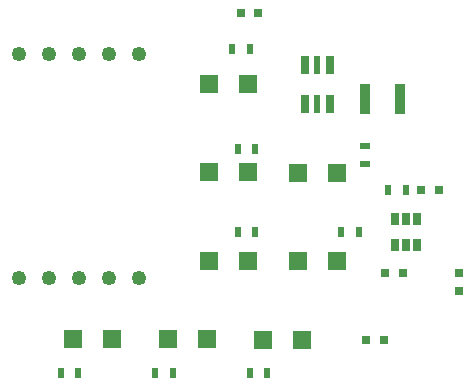
<source format=gtp>
G04 #@! TF.GenerationSoftware,KiCad,Pcbnew,(5.1.4)-1*
G04 #@! TF.CreationDate,2020-06-25T21:55:37-04:00*
G04 #@! TF.ProjectId,Dash_Warning_Panel,44617368-5f57-4617-926e-696e675f5061,rev?*
G04 #@! TF.SameCoordinates,Original*
G04 #@! TF.FileFunction,Paste,Top*
G04 #@! TF.FilePolarity,Positive*
%FSLAX46Y46*%
G04 Gerber Fmt 4.6, Leading zero omitted, Abs format (unit mm)*
G04 Created by KiCad (PCBNEW (5.1.4)-1) date 2020-06-25 21:55:37*
%MOMM*%
%LPD*%
G04 APERTURE LIST*
%ADD10R,0.900000X2.500000*%
%ADD11R,0.600000X1.600000*%
%ADD12R,0.800000X1.600000*%
%ADD13C,1.250000*%
%ADD14R,0.750000X0.800000*%
%ADD15R,0.800000X0.750000*%
%ADD16R,0.650000X1.060000*%
%ADD17R,1.500000X1.500000*%
%ADD18R,0.500000X0.900000*%
%ADD19R,0.900000X0.500000*%
G04 APERTURE END LIST*
D10*
X209050000Y-118750000D03*
X211950000Y-118750000D03*
D11*
X205000000Y-115850000D03*
X205000000Y-119150000D03*
D12*
X206050000Y-115850000D03*
X206050000Y-119150000D03*
X203950000Y-119150000D03*
X203950000Y-115850000D03*
D13*
X182245000Y-133960000D03*
X187325000Y-133960000D03*
X189865000Y-133960000D03*
X179705000Y-133960000D03*
X184785000Y-133960000D03*
X187325000Y-114960000D03*
X189865000Y-114960000D03*
X179705000Y-114960000D03*
X182245000Y-114960000D03*
X184785000Y-114960000D03*
D14*
X217000000Y-133500000D03*
X217000000Y-135000000D03*
D15*
X210650000Y-139200000D03*
X209150000Y-139200000D03*
X200000000Y-111500000D03*
X198500000Y-111500000D03*
X212250000Y-133500000D03*
X210750000Y-133500000D03*
X213750000Y-126500000D03*
X215250000Y-126500000D03*
D16*
X212500000Y-128900000D03*
X211550000Y-128900000D03*
X213450000Y-128900000D03*
X213450000Y-131100000D03*
X212500000Y-131100000D03*
X211550000Y-131100000D03*
D17*
X199135000Y-117475000D03*
X195835000Y-117475000D03*
X199135000Y-124975000D03*
X195835000Y-124975000D03*
X203350000Y-125000000D03*
X206650000Y-125000000D03*
X199135000Y-132475000D03*
X195835000Y-132475000D03*
X206650000Y-132500000D03*
X203350000Y-132500000D03*
X203650000Y-139200000D03*
X200350000Y-139200000D03*
X192325000Y-139100000D03*
X195625000Y-139100000D03*
X187600000Y-139100000D03*
X184300000Y-139100000D03*
D18*
X199250000Y-114500000D03*
X197750000Y-114500000D03*
X198250000Y-123000000D03*
X199750000Y-123000000D03*
D19*
X209000000Y-122750000D03*
X209000000Y-124250000D03*
D18*
X199750000Y-130000000D03*
X198250000Y-130000000D03*
X207000000Y-130000000D03*
X208500000Y-130000000D03*
X199250000Y-142000000D03*
X200750000Y-142000000D03*
X192750000Y-142000000D03*
X191250000Y-142000000D03*
X184750000Y-142000000D03*
X183250000Y-142000000D03*
X211000000Y-126500000D03*
X212500000Y-126500000D03*
M02*

</source>
